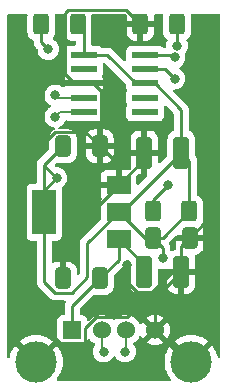
<source format=gbr>
%TF.GenerationSoftware,KiCad,Pcbnew,(6.0.2)*%
%TF.CreationDate,2022-03-14T21:43:20-03:00*%
%TF.ProjectId,9_axis_double,395f6178-6973-45f6-946f-75626c652e6b,rev?*%
%TF.SameCoordinates,Original*%
%TF.FileFunction,Copper,L2,Bot*%
%TF.FilePolarity,Positive*%
%FSLAX46Y46*%
G04 Gerber Fmt 4.6, Leading zero omitted, Abs format (unit mm)*
G04 Created by KiCad (PCBNEW (6.0.2)) date 2022-03-14 21:43:20*
%MOMM*%
%LPD*%
G01*
G04 APERTURE LIST*
G04 Aperture macros list*
%AMRoundRect*
0 Rectangle with rounded corners*
0 $1 Rounding radius*
0 $2 $3 $4 $5 $6 $7 $8 $9 X,Y pos of 4 corners*
0 Add a 4 corners polygon primitive as box body*
4,1,4,$2,$3,$4,$5,$6,$7,$8,$9,$2,$3,0*
0 Add four circle primitives for the rounded corners*
1,1,$1+$1,$2,$3*
1,1,$1+$1,$4,$5*
1,1,$1+$1,$6,$7*
1,1,$1+$1,$8,$9*
0 Add four rect primitives between the rounded corners*
20,1,$1+$1,$2,$3,$4,$5,0*
20,1,$1+$1,$4,$5,$6,$7,0*
20,1,$1+$1,$6,$7,$8,$9,0*
20,1,$1+$1,$8,$9,$2,$3,0*%
G04 Aperture macros list end*
%TA.AperFunction,SMDPad,CuDef*%
%ADD10R,2.000000X1.500000*%
%TD*%
%TA.AperFunction,SMDPad,CuDef*%
%ADD11R,2.000000X3.800000*%
%TD*%
%TA.AperFunction,SMDPad,CuDef*%
%ADD12R,2.200000X0.600000*%
%TD*%
%TA.AperFunction,SMDPad,CuDef*%
%ADD13RoundRect,0.250000X0.400000X0.625000X-0.400000X0.625000X-0.400000X-0.625000X0.400000X-0.625000X0*%
%TD*%
%TA.AperFunction,ComponentPad*%
%ADD14R,1.524000X1.524000*%
%TD*%
%TA.AperFunction,ComponentPad*%
%ADD15C,1.524000*%
%TD*%
%TA.AperFunction,ComponentPad*%
%ADD16C,3.500000*%
%TD*%
%TA.AperFunction,SMDPad,CuDef*%
%ADD17RoundRect,0.250000X-0.412500X-0.650000X0.412500X-0.650000X0.412500X0.650000X-0.412500X0.650000X0*%
%TD*%
%TA.AperFunction,SMDPad,CuDef*%
%ADD18RoundRect,0.250000X0.412500X0.650000X-0.412500X0.650000X-0.412500X-0.650000X0.412500X-0.650000X0*%
%TD*%
%TA.AperFunction,SMDPad,CuDef*%
%ADD19RoundRect,0.250000X0.412500X1.100000X-0.412500X1.100000X-0.412500X-1.100000X0.412500X-1.100000X0*%
%TD*%
%TA.AperFunction,SMDPad,CuDef*%
%ADD20RoundRect,0.250000X-0.412500X-1.100000X0.412500X-1.100000X0.412500X1.100000X-0.412500X1.100000X0*%
%TD*%
%TA.AperFunction,ViaPad*%
%ADD21C,0.800000*%
%TD*%
%TA.AperFunction,Conductor*%
%ADD22C,0.250000*%
%TD*%
%TA.AperFunction,Conductor*%
%ADD23C,0.200000*%
%TD*%
G04 APERTURE END LIST*
D10*
%TO.P,U2,1,GND*%
%TO.N,GND*%
X81050000Y-73700000D03*
D11*
%TO.P,U2,2,VO*%
%TO.N,+3V3*%
X74750000Y-76000000D03*
D10*
X81050000Y-76000000D03*
%TO.P,U2,3,VI*%
%TO.N,+5V*%
X81050000Y-78300000D03*
%TD*%
D12*
%TO.P,U1,10*%
%TO.N,N/C*%
X83300000Y-67500000D03*
%TO.P,U1,9*%
X83300000Y-66300000D03*
%TO.P,U1,8,V3*%
%TO.N,+3V3*%
X83300000Y-65100000D03*
%TO.P,U1,7,RXD*%
%TO.N,uC_TX*%
X83300000Y-63900000D03*
%TO.P,U1,6,TXD*%
%TO.N,uC_RX*%
X83300000Y-62700000D03*
%TO.P,U1,5,VCC*%
%TO.N,+3V3*%
X78100000Y-62700000D03*
%TO.P,U1,4,RST#*%
%TO.N,unconnected-(U1-Pad4)*%
X78100000Y-63900000D03*
%TO.P,U1,3,GND*%
%TO.N,GND*%
X78100000Y-65100000D03*
%TO.P,U1,2,UD-*%
%TO.N,D-*%
X78100000Y-66300000D03*
%TO.P,U1,1,UD+*%
%TO.N,D+*%
X78100000Y-67500000D03*
%TD*%
D13*
%TO.P,R11,1*%
%TO.N,+3V3*%
X77600000Y-60100000D03*
%TO.P,R11,2*%
%TO.N,Net-(R11-Pad2)*%
X74500000Y-60100000D03*
%TD*%
%TO.P,R2,1*%
%TO.N,Net-(R2-Pad1)*%
X86000000Y-60100000D03*
%TO.P,R2,2*%
%TO.N,GND*%
X82900000Y-60100000D03*
%TD*%
%TO.P,R1,2*%
%TO.N,Net-(R1-Pad2)*%
X83950000Y-75935000D03*
%TO.P,R1,1*%
%TO.N,+3V3*%
X87050000Y-75935000D03*
%TD*%
D14*
%TO.P,J1,1,VBUS*%
%TO.N,+5V*%
X77140000Y-85972500D03*
D15*
%TO.P,J1,2,D-*%
%TO.N,D-*%
X79640000Y-85972500D03*
%TO.P,J1,3,D+*%
%TO.N,D+*%
X81640000Y-85972500D03*
%TO.P,J1,4,GND*%
%TO.N,GND*%
X84140000Y-85972500D03*
D16*
%TO.P,J1,5,Shield*%
X87210000Y-88682500D03*
X74070000Y-88682500D03*
%TD*%
D17*
%TO.P,C9,2*%
%TO.N,GND*%
X87062500Y-78200000D03*
%TO.P,C9,1*%
%TO.N,+3V3*%
X83937500Y-78200000D03*
%TD*%
D18*
%TO.P,C4,1*%
%TO.N,GND*%
X79462500Y-70400000D03*
%TO.P,C4,2*%
%TO.N,+3V3*%
X76337500Y-70400000D03*
%TD*%
D19*
%TO.P,C3,1*%
%TO.N,+3V3*%
X86362500Y-70950000D03*
%TO.P,C3,2*%
%TO.N,GND*%
X83237500Y-70950000D03*
%TD*%
D20*
%TO.P,C2,1*%
%TO.N,+5V*%
X83237500Y-81050000D03*
%TO.P,C2,2*%
%TO.N,GND*%
X86362500Y-81050000D03*
%TD*%
D17*
%TO.P,C1,1*%
%TO.N,GND*%
X76337500Y-81600000D03*
%TO.P,C1,2*%
%TO.N,+5V*%
X79462500Y-81600000D03*
%TD*%
D21*
%TO.N,+3V3*%
X84800000Y-79900000D03*
%TO.N,GND*%
X81800000Y-80500000D03*
X89000000Y-75700000D03*
%TO.N,+3V3*%
X75800000Y-73100000D03*
%TO.N,Net-(R1-Pad2)*%
X85200000Y-73700000D03*
%TO.N,uC_RX*%
X85800000Y-62900000D03*
%TO.N,uC_TX*%
X85800000Y-64700000D03*
%TO.N,Net-(R11-Pad2)*%
X75100000Y-62200000D03*
%TO.N,Net-(R2-Pad1)*%
X86000000Y-61900000D03*
%TO.N,D+*%
X75700000Y-67900000D03*
%TO.N,D-*%
X75700000Y-66100000D03*
%TO.N,D+*%
X81600000Y-87800000D03*
%TO.N,D-*%
X79800000Y-87800000D03*
%TD*%
D22*
%TO.N,GND*%
X81800000Y-80500000D02*
X81800000Y-81937493D01*
X81800000Y-81937493D02*
X82587027Y-82724520D01*
X82587027Y-82724520D02*
X84687980Y-82724520D01*
X84687980Y-82724520D02*
X86362500Y-81050000D01*
%TO.N,+3V3*%
X84800000Y-79900000D02*
X84800000Y-79062500D01*
X84800000Y-79062500D02*
X83937500Y-78200000D01*
%TO.N,GND*%
X89000000Y-75700000D02*
X89000000Y-76262500D01*
X89000000Y-76262500D02*
X87062500Y-78200000D01*
%TO.N,+3V3*%
X74750000Y-76000000D02*
X74750000Y-74150000D01*
X74750000Y-74150000D02*
X75800000Y-73100000D01*
X74750000Y-71987500D02*
X74750000Y-72050000D01*
X74750000Y-72050000D02*
X75800000Y-73100000D01*
%TO.N,Net-(R1-Pad2)*%
X83950000Y-75935000D02*
X83950000Y-74950000D01*
X83950000Y-74950000D02*
X85200000Y-73700000D01*
%TO.N,uC_TX*%
X83300000Y-63900000D02*
X85000000Y-63900000D01*
X85000000Y-63900000D02*
X85800000Y-64700000D01*
%TO.N,uC_RX*%
X83300000Y-62700000D02*
X85600000Y-62700000D01*
X85600000Y-62700000D02*
X85800000Y-62900000D01*
%TO.N,Net-(R2-Pad1)*%
X86000000Y-60100000D02*
X86000000Y-61900000D01*
%TO.N,Net-(R11-Pad2)*%
X74500000Y-60100000D02*
X74500000Y-61600000D01*
X74500000Y-61600000D02*
X75100000Y-62200000D01*
D23*
%TO.N,D+*%
X75700000Y-67900000D02*
X76100000Y-67500000D01*
X76100000Y-67500000D02*
X78100000Y-67500000D01*
%TO.N,D-*%
X75700000Y-66100000D02*
X75900000Y-66300000D01*
X75900000Y-66300000D02*
X78100000Y-66300000D01*
D22*
%TO.N,GND*%
X76053489Y-87059011D02*
X75693489Y-87059011D01*
X75693489Y-87059011D02*
X74070000Y-88682500D01*
X84140000Y-85972500D02*
X86850000Y-88682500D01*
X86850000Y-88682500D02*
X87210000Y-88682500D01*
D23*
%TO.N,D+*%
X81640000Y-85972500D02*
X81640000Y-87760000D01*
X81640000Y-87760000D02*
X81600000Y-87800000D01*
%TO.N,D-*%
X79640000Y-85972500D02*
X79640000Y-87640000D01*
X79640000Y-87640000D02*
X79800000Y-87800000D01*
D22*
%TO.N,GND*%
X78100000Y-65100000D02*
X77300000Y-65100000D01*
X77300000Y-65100000D02*
X76500000Y-64300000D01*
X76500000Y-64300000D02*
X76500000Y-59175020D01*
X76500000Y-59175020D02*
X76774540Y-58900480D01*
X76774540Y-58900480D02*
X81700480Y-58900480D01*
X81700480Y-58900480D02*
X82900000Y-60100000D01*
%TO.N,+3V3*%
X78100000Y-62700000D02*
X78100000Y-60600000D01*
X78100000Y-60600000D02*
X77600000Y-60100000D01*
X81050000Y-76000000D02*
X81312500Y-76000000D01*
X81312500Y-76000000D02*
X86362500Y-70950000D01*
X87050000Y-75935000D02*
X87050000Y-71637500D01*
X87050000Y-71637500D02*
X86362500Y-70950000D01*
X83937500Y-78200000D02*
X84785000Y-78200000D01*
X84785000Y-78200000D02*
X87050000Y-75935000D01*
X83937500Y-78200000D02*
X83250000Y-78200000D01*
X83250000Y-78200000D02*
X81050000Y-76000000D01*
%TO.N,GND*%
X86362500Y-81050000D02*
X86362500Y-78900000D01*
X86362500Y-78900000D02*
X87062500Y-78200000D01*
X86362500Y-81050000D02*
X85562493Y-81050000D01*
X85562493Y-81050000D02*
X81726504Y-84885989D01*
X81726504Y-84885989D02*
X79140522Y-84885989D01*
X79140522Y-84885989D02*
X78226511Y-85800000D01*
X73100000Y-84105522D02*
X73100000Y-71762507D01*
X78226511Y-85800000D02*
X78226511Y-87059011D01*
X78226511Y-87059011D02*
X76053489Y-87059011D01*
X76053489Y-87059011D02*
X73100000Y-84105522D01*
X73100000Y-71762507D02*
X75687027Y-69175480D01*
X75687027Y-69175480D02*
X78237980Y-69175480D01*
X78237980Y-69175480D02*
X79462500Y-70400000D01*
%TO.N,+3V3*%
X83300000Y-65100000D02*
X82500000Y-65100000D01*
X82500000Y-65100000D02*
X80100000Y-62700000D01*
X80100000Y-62700000D02*
X78100000Y-62700000D01*
X83300000Y-65100000D02*
X84100000Y-65100000D01*
X84100000Y-65100000D02*
X86362500Y-67362500D01*
X86362500Y-67362500D02*
X86362500Y-70950000D01*
%TO.N,GND*%
X79462500Y-70400000D02*
X79524511Y-70337989D01*
X79524511Y-70337989D02*
X79524511Y-65724511D01*
X79524511Y-65724511D02*
X78900000Y-65100000D01*
X78900000Y-65100000D02*
X78100000Y-65100000D01*
X84140000Y-85972500D02*
X84140000Y-83272500D01*
X84140000Y-83272500D02*
X86362500Y-81050000D01*
%TO.N,+5V*%
X79462500Y-81600000D02*
X77140000Y-83922500D01*
X77140000Y-83922500D02*
X77140000Y-85972500D01*
X83237500Y-81050000D02*
X83237500Y-80487500D01*
X83237500Y-80487500D02*
X81050000Y-78300000D01*
%TO.N,+3V3*%
X86362500Y-70950000D02*
X86100000Y-70950000D01*
%TO.N,GND*%
X83237500Y-70950000D02*
X83237500Y-71512500D01*
X83237500Y-71512500D02*
X81050000Y-73700000D01*
%TO.N,+3V3*%
X74750000Y-76000000D02*
X74750000Y-81887493D01*
X74750000Y-81887493D02*
X75687027Y-82824520D01*
X75687027Y-82824520D02*
X77075480Y-82824520D01*
X77075480Y-82824520D02*
X78400000Y-81500000D01*
X78400000Y-81500000D02*
X78400000Y-78650000D01*
X78400000Y-78650000D02*
X81050000Y-76000000D01*
X76337500Y-70400000D02*
X74750000Y-71987500D01*
X74750000Y-71987500D02*
X74750000Y-76000000D01*
%TO.N,GND*%
X81050000Y-73700000D02*
X81050000Y-71987500D01*
X81050000Y-71987500D02*
X79462500Y-70400000D01*
X76337500Y-81600000D02*
X76337500Y-78412500D01*
X76337500Y-78412500D02*
X81050000Y-73700000D01*
%TO.N,+5V*%
X81050000Y-78300000D02*
X81050000Y-80012500D01*
X81050000Y-80012500D02*
X79462500Y-81600000D01*
%TD*%
%TA.AperFunction,Conductor*%
%TO.N,GND*%
G36*
X73292244Y-59228002D02*
G01*
X73338737Y-59281658D01*
X73349467Y-59346843D01*
X73341500Y-59424600D01*
X73341500Y-60775400D01*
X73341837Y-60778646D01*
X73341837Y-60778650D01*
X73351752Y-60874206D01*
X73352474Y-60881166D01*
X73408450Y-61048946D01*
X73501522Y-61199348D01*
X73506704Y-61204521D01*
X73568451Y-61266161D01*
X73626697Y-61324305D01*
X73632927Y-61328145D01*
X73632928Y-61328146D01*
X73770288Y-61412816D01*
X73777262Y-61417115D01*
X73784209Y-61419419D01*
X73790844Y-61422513D01*
X73789610Y-61425159D01*
X73837036Y-61458029D01*
X73864260Y-61523598D01*
X73864369Y-61539590D01*
X73864298Y-61539909D01*
X73864392Y-61542899D01*
X73864392Y-61542902D01*
X73866438Y-61607986D01*
X73866500Y-61611945D01*
X73866500Y-61639856D01*
X73866997Y-61643790D01*
X73866997Y-61643791D01*
X73867005Y-61643856D01*
X73867938Y-61655693D01*
X73869327Y-61699889D01*
X73874978Y-61719339D01*
X73878987Y-61738700D01*
X73881526Y-61758797D01*
X73884445Y-61766168D01*
X73884445Y-61766170D01*
X73897804Y-61799912D01*
X73901649Y-61811142D01*
X73911771Y-61845983D01*
X73913982Y-61853593D01*
X73918015Y-61860412D01*
X73918017Y-61860417D01*
X73924293Y-61871028D01*
X73932988Y-61888776D01*
X73940448Y-61907617D01*
X73945110Y-61914033D01*
X73945110Y-61914034D01*
X73966436Y-61943387D01*
X73972952Y-61953307D01*
X73995458Y-61991362D01*
X74009779Y-62005683D01*
X74022619Y-62020716D01*
X74034528Y-62037107D01*
X74065254Y-62062526D01*
X74068605Y-62065298D01*
X74077384Y-62073288D01*
X74152878Y-62148782D01*
X74186904Y-62211094D01*
X74189093Y-62224707D01*
X74202458Y-62351866D01*
X74206458Y-62389928D01*
X74265473Y-62571556D01*
X74360960Y-62736944D01*
X74488747Y-62878866D01*
X74643248Y-62991118D01*
X74649276Y-62993802D01*
X74649278Y-62993803D01*
X74778938Y-63051531D01*
X74817712Y-63068794D01*
X74886263Y-63083365D01*
X74998056Y-63107128D01*
X74998061Y-63107128D01*
X75004513Y-63108500D01*
X75195487Y-63108500D01*
X75201939Y-63107128D01*
X75201944Y-63107128D01*
X75313737Y-63083365D01*
X75382288Y-63068794D01*
X75421062Y-63051531D01*
X75550722Y-62993803D01*
X75550724Y-62993802D01*
X75556752Y-62991118D01*
X75711253Y-62878866D01*
X75839040Y-62736944D01*
X75934527Y-62571556D01*
X75993542Y-62389928D01*
X75997543Y-62351866D01*
X76012814Y-62206565D01*
X76013504Y-62200000D01*
X76005895Y-62127604D01*
X75994232Y-62016635D01*
X75994232Y-62016633D01*
X75993542Y-62010072D01*
X75934527Y-61828444D01*
X75921241Y-61805431D01*
X75862560Y-61703794D01*
X75839040Y-61663056D01*
X75814582Y-61635892D01*
X75715675Y-61526045D01*
X75715674Y-61526044D01*
X75711253Y-61521134D01*
X75579155Y-61425159D01*
X75562094Y-61412763D01*
X75562093Y-61412762D01*
X75556752Y-61408882D01*
X75550717Y-61406195D01*
X75538536Y-61400771D01*
X75484441Y-61354791D01*
X75463792Y-61286864D01*
X75483145Y-61218556D01*
X75490904Y-61207573D01*
X75494134Y-61203483D01*
X75499305Y-61198303D01*
X75592115Y-61047738D01*
X75647797Y-60879861D01*
X75658500Y-60775400D01*
X75658500Y-59424600D01*
X75650449Y-59347003D01*
X75663314Y-59277182D01*
X75711885Y-59225400D01*
X75775776Y-59208000D01*
X76324123Y-59208000D01*
X76392244Y-59228002D01*
X76438737Y-59281658D01*
X76449467Y-59346843D01*
X76441500Y-59424600D01*
X76441500Y-60775400D01*
X76441837Y-60778646D01*
X76441837Y-60778650D01*
X76451752Y-60874206D01*
X76452474Y-60881166D01*
X76508450Y-61048946D01*
X76601522Y-61199348D01*
X76606704Y-61204521D01*
X76668451Y-61266161D01*
X76726697Y-61324305D01*
X76732927Y-61328145D01*
X76732928Y-61328146D01*
X76870288Y-61412816D01*
X76877262Y-61417115D01*
X76923433Y-61432429D01*
X77038611Y-61470632D01*
X77038613Y-61470632D01*
X77045139Y-61472797D01*
X77051975Y-61473497D01*
X77051978Y-61473498D01*
X77095031Y-61477909D01*
X77149600Y-61483500D01*
X77340500Y-61483500D01*
X77408621Y-61503502D01*
X77455114Y-61557158D01*
X77466500Y-61609500D01*
X77466500Y-61765500D01*
X77446498Y-61833621D01*
X77392842Y-61880114D01*
X77340500Y-61891500D01*
X76951866Y-61891500D01*
X76889684Y-61898255D01*
X76753295Y-61949385D01*
X76636739Y-62036739D01*
X76549385Y-62153295D01*
X76498255Y-62289684D01*
X76491500Y-62351866D01*
X76491500Y-63048134D01*
X76498255Y-63110316D01*
X76547174Y-63240806D01*
X76549385Y-63246705D01*
X76548534Y-63247024D01*
X76562055Y-63308849D01*
X76549042Y-63353166D01*
X76549385Y-63353295D01*
X76498255Y-63489684D01*
X76491500Y-63551866D01*
X76491500Y-64248134D01*
X76498255Y-64310316D01*
X76547589Y-64441914D01*
X76549385Y-64446705D01*
X76548693Y-64446964D01*
X76562343Y-64509374D01*
X76549420Y-64553385D01*
X76549828Y-64553538D01*
X76547738Y-64559112D01*
X76547174Y-64561034D01*
X76546679Y-64561939D01*
X76501522Y-64682394D01*
X76497895Y-64697649D01*
X76492369Y-64748514D01*
X76492000Y-64755328D01*
X76492000Y-64827885D01*
X76496475Y-64843124D01*
X76497865Y-64844329D01*
X76505548Y-64846000D01*
X79689884Y-64846000D01*
X79705123Y-64841525D01*
X79706328Y-64840135D01*
X79707999Y-64832452D01*
X79707999Y-64755331D01*
X79707629Y-64748510D01*
X79702105Y-64697648D01*
X79698479Y-64682396D01*
X79653321Y-64561939D01*
X79652826Y-64561034D01*
X79652607Y-64560034D01*
X79650172Y-64553538D01*
X79651110Y-64553186D01*
X79637657Y-64491677D01*
X79650838Y-64446788D01*
X79650615Y-64446705D01*
X79651756Y-64443663D01*
X79651758Y-64443656D01*
X79701745Y-64310316D01*
X79708500Y-64248134D01*
X79708500Y-63551866D01*
X79704795Y-63517760D01*
X79717323Y-63447877D01*
X79765644Y-63395862D01*
X79834416Y-63378227D01*
X79901804Y-63400573D01*
X79919153Y-63415057D01*
X81654595Y-65150499D01*
X81688621Y-65212811D01*
X81691500Y-65239594D01*
X81691500Y-65448134D01*
X81698255Y-65510316D01*
X81701029Y-65517715D01*
X81746145Y-65638061D01*
X81749294Y-65646462D01*
X81749385Y-65646705D01*
X81748534Y-65647024D01*
X81762055Y-65708849D01*
X81749042Y-65753166D01*
X81749385Y-65753295D01*
X81698255Y-65889684D01*
X81691500Y-65951866D01*
X81691500Y-66648134D01*
X81698255Y-66710316D01*
X81749385Y-66846705D01*
X81748534Y-66847024D01*
X81762055Y-66908849D01*
X81749042Y-66953166D01*
X81749385Y-66953295D01*
X81746236Y-66961696D01*
X81746234Y-66961699D01*
X81726511Y-67014311D01*
X81698255Y-67089684D01*
X81691500Y-67151866D01*
X81691500Y-67848134D01*
X81698255Y-67910316D01*
X81749385Y-68046705D01*
X81836739Y-68163261D01*
X81953295Y-68250615D01*
X82089684Y-68301745D01*
X82151866Y-68308500D01*
X84448134Y-68308500D01*
X84510316Y-68301745D01*
X84646705Y-68250615D01*
X84763261Y-68163261D01*
X84850615Y-68046705D01*
X84901745Y-67910316D01*
X84908500Y-67848134D01*
X84908500Y-67151866D01*
X84904795Y-67117760D01*
X84917323Y-67047877D01*
X84965644Y-66995862D01*
X85034416Y-66978227D01*
X85101804Y-67000573D01*
X85119153Y-67015057D01*
X85692095Y-67587999D01*
X85726121Y-67650311D01*
X85729000Y-67677094D01*
X85729000Y-69033314D01*
X85708998Y-69101435D01*
X85655342Y-69147928D01*
X85642885Y-69152835D01*
X85626054Y-69158450D01*
X85619830Y-69162301D01*
X85619829Y-69162302D01*
X85497300Y-69238126D01*
X85475652Y-69251522D01*
X85350695Y-69376697D01*
X85257885Y-69527262D01*
X85202203Y-69695139D01*
X85191500Y-69799600D01*
X85191500Y-71172905D01*
X85171498Y-71241026D01*
X85154595Y-71262000D01*
X84623095Y-71793500D01*
X84560783Y-71827526D01*
X84489968Y-71822461D01*
X84433132Y-71779914D01*
X84408321Y-71713394D01*
X84408000Y-71704405D01*
X84408000Y-71222115D01*
X84403525Y-71206876D01*
X84402135Y-71205671D01*
X84394452Y-71204000D01*
X83509615Y-71204000D01*
X83494376Y-71208475D01*
X83493171Y-71209865D01*
X83491500Y-71217548D01*
X83491500Y-72789885D01*
X83501128Y-72822676D01*
X83501128Y-72893672D01*
X83469327Y-72947268D01*
X82773095Y-73643500D01*
X82710783Y-73677526D01*
X82639968Y-73672461D01*
X82583132Y-73629914D01*
X82558321Y-73563394D01*
X82558000Y-73554405D01*
X82557999Y-72925373D01*
X82578001Y-72857252D01*
X82631657Y-72810759D01*
X82696842Y-72800029D01*
X82771440Y-72807672D01*
X82777854Y-72808000D01*
X82965385Y-72808000D01*
X82980624Y-72803525D01*
X82981829Y-72802135D01*
X82983500Y-72794452D01*
X82983500Y-71222115D01*
X82979025Y-71206876D01*
X82977635Y-71205671D01*
X82969952Y-71204000D01*
X82085116Y-71204000D01*
X82069877Y-71208475D01*
X82068672Y-71209865D01*
X82067001Y-71217548D01*
X82067001Y-72097095D01*
X82067338Y-72103614D01*
X82077257Y-72199206D01*
X82080149Y-72212600D01*
X82101342Y-72276124D01*
X82103926Y-72347074D01*
X82067742Y-72408158D01*
X82004278Y-72439982D01*
X81981818Y-72442000D01*
X81322115Y-72442000D01*
X81306876Y-72446475D01*
X81305671Y-72447865D01*
X81304000Y-72455548D01*
X81304000Y-73828000D01*
X81283998Y-73896121D01*
X81230342Y-73942614D01*
X81178000Y-73954000D01*
X79560116Y-73954000D01*
X79544877Y-73958475D01*
X79543672Y-73959865D01*
X79542001Y-73967548D01*
X79542001Y-74494669D01*
X79542371Y-74501490D01*
X79547895Y-74552352D01*
X79551521Y-74567604D01*
X79596676Y-74688054D01*
X79605214Y-74703648D01*
X79657953Y-74774018D01*
X79682801Y-74840524D01*
X79667748Y-74909907D01*
X79657953Y-74925148D01*
X79599385Y-75003295D01*
X79548255Y-75139684D01*
X79541500Y-75201866D01*
X79541500Y-76560406D01*
X79521498Y-76628527D01*
X79504595Y-76649501D01*
X78753301Y-77400794D01*
X78007747Y-78146348D01*
X77999461Y-78153888D01*
X77992982Y-78158000D01*
X77987557Y-78163777D01*
X77946357Y-78207651D01*
X77943602Y-78210493D01*
X77923865Y-78230230D01*
X77921385Y-78233427D01*
X77913682Y-78242447D01*
X77883414Y-78274679D01*
X77879595Y-78281625D01*
X77879593Y-78281628D01*
X77873652Y-78292434D01*
X77862801Y-78308953D01*
X77850386Y-78324959D01*
X77847241Y-78332228D01*
X77847238Y-78332232D01*
X77832826Y-78365537D01*
X77827609Y-78376187D01*
X77806305Y-78414940D01*
X77804334Y-78422615D01*
X77804334Y-78422616D01*
X77801267Y-78434562D01*
X77794863Y-78453266D01*
X77786819Y-78471855D01*
X77785580Y-78479678D01*
X77785577Y-78479688D01*
X77779901Y-78515524D01*
X77777495Y-78527144D01*
X77769171Y-78559567D01*
X77766500Y-78569970D01*
X77766500Y-78590224D01*
X77764949Y-78609934D01*
X77761780Y-78629943D01*
X77762526Y-78637835D01*
X77765941Y-78673961D01*
X77766500Y-78685819D01*
X77766500Y-81185405D01*
X77746498Y-81253526D01*
X77729595Y-81274500D01*
X77723094Y-81281001D01*
X77660782Y-81315027D01*
X77589967Y-81309962D01*
X77533131Y-81267415D01*
X77508320Y-81200895D01*
X77507999Y-81191906D01*
X77507999Y-80902905D01*
X77507662Y-80896386D01*
X77497743Y-80800794D01*
X77494851Y-80787400D01*
X77443412Y-80633216D01*
X77437239Y-80620038D01*
X77351937Y-80482193D01*
X77342901Y-80470792D01*
X77228171Y-80356261D01*
X77216760Y-80347249D01*
X77078757Y-80262184D01*
X77065576Y-80256037D01*
X76911290Y-80204862D01*
X76897914Y-80201995D01*
X76803562Y-80192328D01*
X76797145Y-80192000D01*
X76609615Y-80192000D01*
X76594376Y-80196475D01*
X76593171Y-80197865D01*
X76591500Y-80205548D01*
X76591500Y-81728000D01*
X76571498Y-81796121D01*
X76517842Y-81842614D01*
X76465500Y-81854000D01*
X76209500Y-81854000D01*
X76141379Y-81833998D01*
X76094886Y-81780342D01*
X76083500Y-81728000D01*
X76083500Y-80210116D01*
X76079025Y-80194877D01*
X76077635Y-80193672D01*
X76069952Y-80192001D01*
X75877905Y-80192001D01*
X75871386Y-80192338D01*
X75775794Y-80202257D01*
X75762400Y-80205149D01*
X75608216Y-80256588D01*
X75595040Y-80262761D01*
X75575802Y-80274665D01*
X75507350Y-80293502D01*
X75439581Y-80272340D01*
X75394010Y-80217899D01*
X75383500Y-80167520D01*
X75383500Y-78534500D01*
X75403502Y-78466379D01*
X75457158Y-78419886D01*
X75509500Y-78408500D01*
X75798134Y-78408500D01*
X75860316Y-78401745D01*
X75996705Y-78350615D01*
X76113261Y-78263261D01*
X76200615Y-78146705D01*
X76251745Y-78010316D01*
X76258500Y-77948134D01*
X76258500Y-74051866D01*
X76252599Y-73997540D01*
X76252598Y-73997537D01*
X76251745Y-73989684D01*
X76251210Y-73988258D01*
X76254763Y-73920184D01*
X76299583Y-73859999D01*
X76411253Y-73778866D01*
X76415675Y-73773955D01*
X76534621Y-73641852D01*
X76534622Y-73641851D01*
X76539040Y-73636944D01*
X76634527Y-73471556D01*
X76648717Y-73427885D01*
X79542000Y-73427885D01*
X79546475Y-73443124D01*
X79547865Y-73444329D01*
X79555548Y-73446000D01*
X80777885Y-73446000D01*
X80793124Y-73441525D01*
X80794329Y-73440135D01*
X80796000Y-73432452D01*
X80796000Y-72460116D01*
X80791525Y-72444877D01*
X80790135Y-72443672D01*
X80782452Y-72442001D01*
X80005331Y-72442001D01*
X79998510Y-72442371D01*
X79947648Y-72447895D01*
X79932396Y-72451521D01*
X79811946Y-72496676D01*
X79796351Y-72505214D01*
X79694276Y-72581715D01*
X79681715Y-72594276D01*
X79605214Y-72696351D01*
X79596676Y-72711946D01*
X79551522Y-72832394D01*
X79547895Y-72847649D01*
X79542369Y-72898514D01*
X79542000Y-72905328D01*
X79542000Y-73427885D01*
X76648717Y-73427885D01*
X76693542Y-73289928D01*
X76707393Y-73158148D01*
X76712814Y-73106565D01*
X76713504Y-73100000D01*
X76699598Y-72967689D01*
X76694232Y-72916635D01*
X76694232Y-72916633D01*
X76693542Y-72910072D01*
X76634527Y-72728444D01*
X76539040Y-72563056D01*
X76442240Y-72455548D01*
X76415675Y-72426045D01*
X76415674Y-72426044D01*
X76411253Y-72421134D01*
X76256752Y-72308882D01*
X76250724Y-72306198D01*
X76250722Y-72306197D01*
X76088319Y-72233891D01*
X76088318Y-72233891D01*
X76082288Y-72231206D01*
X75988887Y-72211353D01*
X75901944Y-72192872D01*
X75901939Y-72192872D01*
X75895487Y-72191500D01*
X75839595Y-72191500D01*
X75771474Y-72171498D01*
X75750500Y-72154595D01*
X75703750Y-72107845D01*
X75669724Y-72045533D01*
X75674789Y-71974718D01*
X75703750Y-71929655D01*
X75788000Y-71845405D01*
X75850312Y-71811379D01*
X75877095Y-71808500D01*
X76800400Y-71808500D01*
X76803646Y-71808163D01*
X76803650Y-71808163D01*
X76899308Y-71798238D01*
X76899312Y-71798237D01*
X76906166Y-71797526D01*
X76912702Y-71795345D01*
X76912704Y-71795345D01*
X77066998Y-71743868D01*
X77073946Y-71741550D01*
X77224348Y-71648478D01*
X77349305Y-71523303D01*
X77369776Y-71490093D01*
X77438275Y-71378968D01*
X77438276Y-71378966D01*
X77442115Y-71372738D01*
X77485802Y-71241026D01*
X77495632Y-71211389D01*
X77495632Y-71211387D01*
X77497797Y-71204861D01*
X77508500Y-71100400D01*
X77508500Y-71097095D01*
X78292001Y-71097095D01*
X78292338Y-71103614D01*
X78302257Y-71199206D01*
X78305149Y-71212600D01*
X78356588Y-71366784D01*
X78362761Y-71379962D01*
X78448063Y-71517807D01*
X78457099Y-71529208D01*
X78571829Y-71643739D01*
X78583240Y-71652751D01*
X78721243Y-71737816D01*
X78734424Y-71743963D01*
X78888710Y-71795138D01*
X78902086Y-71798005D01*
X78996438Y-71807672D01*
X79002854Y-71808000D01*
X79190385Y-71808000D01*
X79205624Y-71803525D01*
X79206829Y-71802135D01*
X79208500Y-71794452D01*
X79208500Y-71789884D01*
X79716500Y-71789884D01*
X79720975Y-71805123D01*
X79722365Y-71806328D01*
X79730048Y-71807999D01*
X79922095Y-71807999D01*
X79928614Y-71807662D01*
X80024206Y-71797743D01*
X80037600Y-71794851D01*
X80191784Y-71743412D01*
X80204962Y-71737239D01*
X80342807Y-71651937D01*
X80354208Y-71642901D01*
X80468739Y-71528171D01*
X80477751Y-71516760D01*
X80562816Y-71378757D01*
X80568963Y-71365576D01*
X80620138Y-71211290D01*
X80623005Y-71197914D01*
X80632672Y-71103562D01*
X80633000Y-71097146D01*
X80633000Y-70677885D01*
X82067000Y-70677885D01*
X82071475Y-70693124D01*
X82072865Y-70694329D01*
X82080548Y-70696000D01*
X82965385Y-70696000D01*
X82980624Y-70691525D01*
X82981829Y-70690135D01*
X82983500Y-70682452D01*
X82983500Y-70677885D01*
X83491500Y-70677885D01*
X83495975Y-70693124D01*
X83497365Y-70694329D01*
X83505048Y-70696000D01*
X84389884Y-70696000D01*
X84405123Y-70691525D01*
X84406328Y-70690135D01*
X84407999Y-70682452D01*
X84407999Y-69802905D01*
X84407662Y-69796386D01*
X84397743Y-69700794D01*
X84394851Y-69687400D01*
X84343412Y-69533216D01*
X84337239Y-69520038D01*
X84251937Y-69382193D01*
X84242901Y-69370792D01*
X84128171Y-69256261D01*
X84116760Y-69247249D01*
X83978757Y-69162184D01*
X83965576Y-69156037D01*
X83811290Y-69104862D01*
X83797914Y-69101995D01*
X83703562Y-69092328D01*
X83697145Y-69092000D01*
X83509615Y-69092000D01*
X83494376Y-69096475D01*
X83493171Y-69097865D01*
X83491500Y-69105548D01*
X83491500Y-70677885D01*
X82983500Y-70677885D01*
X82983500Y-69110116D01*
X82979025Y-69094877D01*
X82977635Y-69093672D01*
X82969952Y-69092001D01*
X82777905Y-69092001D01*
X82771386Y-69092338D01*
X82675794Y-69102257D01*
X82662400Y-69105149D01*
X82508216Y-69156588D01*
X82495038Y-69162761D01*
X82357193Y-69248063D01*
X82345792Y-69257099D01*
X82231261Y-69371829D01*
X82222249Y-69383240D01*
X82137184Y-69521243D01*
X82131037Y-69534424D01*
X82079862Y-69688710D01*
X82076995Y-69702086D01*
X82067328Y-69796438D01*
X82067000Y-69802855D01*
X82067000Y-70677885D01*
X80633000Y-70677885D01*
X80633000Y-70672115D01*
X80628525Y-70656876D01*
X80627135Y-70655671D01*
X80619452Y-70654000D01*
X79734615Y-70654000D01*
X79719376Y-70658475D01*
X79718171Y-70659865D01*
X79716500Y-70667548D01*
X79716500Y-71789884D01*
X79208500Y-71789884D01*
X79208500Y-70672115D01*
X79204025Y-70656876D01*
X79202635Y-70655671D01*
X79194952Y-70654000D01*
X78310116Y-70654000D01*
X78294877Y-70658475D01*
X78293672Y-70659865D01*
X78292001Y-70667548D01*
X78292001Y-71097095D01*
X77508500Y-71097095D01*
X77508500Y-70127885D01*
X78292000Y-70127885D01*
X78296475Y-70143124D01*
X78297865Y-70144329D01*
X78305548Y-70146000D01*
X79190385Y-70146000D01*
X79205624Y-70141525D01*
X79206829Y-70140135D01*
X79208500Y-70132452D01*
X79208500Y-70127885D01*
X79716500Y-70127885D01*
X79720975Y-70143124D01*
X79722365Y-70144329D01*
X79730048Y-70146000D01*
X80614884Y-70146000D01*
X80630123Y-70141525D01*
X80631328Y-70140135D01*
X80632999Y-70132452D01*
X80632999Y-69702905D01*
X80632662Y-69696386D01*
X80622743Y-69600794D01*
X80619851Y-69587400D01*
X80568412Y-69433216D01*
X80562239Y-69420038D01*
X80476937Y-69282193D01*
X80467901Y-69270792D01*
X80353171Y-69156261D01*
X80341760Y-69147249D01*
X80203757Y-69062184D01*
X80190576Y-69056037D01*
X80036290Y-69004862D01*
X80022914Y-69001995D01*
X79928562Y-68992328D01*
X79922145Y-68992000D01*
X79734615Y-68992000D01*
X79719376Y-68996475D01*
X79718171Y-68997865D01*
X79716500Y-69005548D01*
X79716500Y-70127885D01*
X79208500Y-70127885D01*
X79208500Y-69010116D01*
X79204025Y-68994877D01*
X79202635Y-68993672D01*
X79194952Y-68992001D01*
X79002905Y-68992001D01*
X78996386Y-68992338D01*
X78900794Y-69002257D01*
X78887400Y-69005149D01*
X78733216Y-69056588D01*
X78720038Y-69062761D01*
X78582193Y-69148063D01*
X78570792Y-69157099D01*
X78456261Y-69271829D01*
X78447249Y-69283240D01*
X78362184Y-69421243D01*
X78356037Y-69434424D01*
X78304862Y-69588710D01*
X78301995Y-69602086D01*
X78292328Y-69696438D01*
X78292000Y-69702855D01*
X78292000Y-70127885D01*
X77508500Y-70127885D01*
X77508500Y-69699600D01*
X77507234Y-69687400D01*
X77498238Y-69600692D01*
X77498237Y-69600688D01*
X77497526Y-69593834D01*
X77477634Y-69534209D01*
X77443868Y-69433002D01*
X77441550Y-69426054D01*
X77348478Y-69275652D01*
X77328658Y-69255866D01*
X77228483Y-69155866D01*
X77223303Y-69150695D01*
X77157472Y-69110116D01*
X77078968Y-69061725D01*
X77078966Y-69061724D01*
X77072738Y-69057885D01*
X76970903Y-69024108D01*
X76911389Y-69004368D01*
X76911387Y-69004368D01*
X76904861Y-69002203D01*
X76898025Y-69001503D01*
X76898022Y-69001502D01*
X76854969Y-68997091D01*
X76800400Y-68991500D01*
X76074867Y-68991500D01*
X76006746Y-68971498D01*
X75960253Y-68917842D01*
X75950149Y-68847568D01*
X75979643Y-68782988D01*
X76023618Y-68750393D01*
X76150722Y-68693803D01*
X76150724Y-68693802D01*
X76156752Y-68691118D01*
X76311253Y-68578866D01*
X76439040Y-68436944D01*
X76531621Y-68276589D01*
X76531623Y-68276587D01*
X76534527Y-68271556D01*
X76535447Y-68272087D01*
X76577412Y-68222717D01*
X76645340Y-68202069D01*
X76713647Y-68221422D01*
X76722100Y-68227236D01*
X76753295Y-68250615D01*
X76889684Y-68301745D01*
X76951866Y-68308500D01*
X79248134Y-68308500D01*
X79310316Y-68301745D01*
X79446705Y-68250615D01*
X79563261Y-68163261D01*
X79650615Y-68046705D01*
X79701745Y-67910316D01*
X79708500Y-67848134D01*
X79708500Y-67151866D01*
X79701745Y-67089684D01*
X79673489Y-67014311D01*
X79653766Y-66961699D01*
X79653764Y-66961696D01*
X79650615Y-66953295D01*
X79651466Y-66952976D01*
X79637945Y-66891151D01*
X79650958Y-66846834D01*
X79650615Y-66846705D01*
X79652372Y-66842019D01*
X79652373Y-66842015D01*
X79701745Y-66710316D01*
X79708500Y-66648134D01*
X79708500Y-65951866D01*
X79701745Y-65889684D01*
X79650615Y-65753295D01*
X79651307Y-65753036D01*
X79637657Y-65690626D01*
X79650580Y-65646615D01*
X79650172Y-65646462D01*
X79652262Y-65640888D01*
X79652826Y-65638966D01*
X79653321Y-65638061D01*
X79698478Y-65517606D01*
X79702105Y-65502351D01*
X79707631Y-65451486D01*
X79708000Y-65444672D01*
X79708000Y-65372115D01*
X79703525Y-65356876D01*
X79702135Y-65355671D01*
X79694452Y-65354000D01*
X76510116Y-65354000D01*
X76494877Y-65358475D01*
X76474794Y-65381652D01*
X76464269Y-65400926D01*
X76401957Y-65434952D01*
X76331142Y-65429887D01*
X76301113Y-65413767D01*
X76162094Y-65312763D01*
X76162093Y-65312762D01*
X76156752Y-65308882D01*
X76150724Y-65306198D01*
X76150722Y-65306197D01*
X75988319Y-65233891D01*
X75988318Y-65233891D01*
X75982288Y-65231206D01*
X75888887Y-65211353D01*
X75801944Y-65192872D01*
X75801939Y-65192872D01*
X75795487Y-65191500D01*
X75604513Y-65191500D01*
X75598061Y-65192872D01*
X75598056Y-65192872D01*
X75511113Y-65211353D01*
X75417712Y-65231206D01*
X75411682Y-65233891D01*
X75411681Y-65233891D01*
X75249278Y-65306197D01*
X75249276Y-65306198D01*
X75243248Y-65308882D01*
X75088747Y-65421134D01*
X75084326Y-65426044D01*
X75084325Y-65426045D01*
X75023316Y-65493803D01*
X74960960Y-65563056D01*
X74865473Y-65728444D01*
X74806458Y-65910072D01*
X74786496Y-66100000D01*
X74806458Y-66289928D01*
X74865473Y-66471556D01*
X74960960Y-66636944D01*
X74965378Y-66641851D01*
X74965379Y-66641852D01*
X74974094Y-66651531D01*
X75088747Y-66778866D01*
X75243248Y-66891118D01*
X75245326Y-66892043D01*
X75293212Y-66942267D01*
X75306646Y-67011981D01*
X75280257Y-67077891D01*
X75245805Y-67107744D01*
X75243248Y-67108882D01*
X75237912Y-67112759D01*
X75237910Y-67112760D01*
X75184086Y-67151866D01*
X75088747Y-67221134D01*
X75084326Y-67226044D01*
X75084325Y-67226045D01*
X75044272Y-67270529D01*
X74960960Y-67363056D01*
X74865473Y-67528444D01*
X74806458Y-67710072D01*
X74786496Y-67900000D01*
X74806458Y-68089928D01*
X74865473Y-68271556D01*
X74960960Y-68436944D01*
X75088747Y-68578866D01*
X75243248Y-68691118D01*
X75249276Y-68693802D01*
X75249278Y-68693803D01*
X75376382Y-68750393D01*
X75417712Y-68768794D01*
X75604513Y-68808500D01*
X75604068Y-68810594D01*
X75660471Y-68833798D01*
X75701103Y-68892018D01*
X75703808Y-68962963D01*
X75667728Y-69024108D01*
X75621523Y-69051621D01*
X75601054Y-69058450D01*
X75450652Y-69151522D01*
X75325695Y-69276697D01*
X75321855Y-69282927D01*
X75321854Y-69282928D01*
X75260021Y-69383240D01*
X75232885Y-69427262D01*
X75177203Y-69595139D01*
X75166500Y-69699600D01*
X75166500Y-70622905D01*
X75146498Y-70691026D01*
X75129595Y-70712001D01*
X74741195Y-71100400D01*
X74357742Y-71483853D01*
X74349463Y-71491387D01*
X74342982Y-71495500D01*
X74296357Y-71545151D01*
X74293602Y-71547993D01*
X74273865Y-71567730D01*
X74271385Y-71570927D01*
X74263682Y-71579947D01*
X74233414Y-71612179D01*
X74229595Y-71619125D01*
X74229593Y-71619128D01*
X74223652Y-71629934D01*
X74212801Y-71646453D01*
X74200386Y-71662459D01*
X74197241Y-71669728D01*
X74197238Y-71669732D01*
X74182826Y-71703037D01*
X74177609Y-71713687D01*
X74156305Y-71752440D01*
X74154334Y-71760115D01*
X74154334Y-71760116D01*
X74151267Y-71772062D01*
X74144863Y-71790766D01*
X74141731Y-71798005D01*
X74136819Y-71809355D01*
X74135580Y-71817178D01*
X74135577Y-71817188D01*
X74129901Y-71853024D01*
X74127495Y-71864644D01*
X74116500Y-71907470D01*
X74116500Y-71927724D01*
X74114949Y-71947434D01*
X74111780Y-71967443D01*
X74112526Y-71975337D01*
X74112526Y-71975338D01*
X74114121Y-71992217D01*
X74114618Y-72000111D01*
X74116438Y-72057986D01*
X74116500Y-72061946D01*
X74116500Y-73465500D01*
X74096498Y-73533621D01*
X74042842Y-73580114D01*
X73990500Y-73591500D01*
X73701866Y-73591500D01*
X73639684Y-73598255D01*
X73503295Y-73649385D01*
X73386739Y-73736739D01*
X73299385Y-73853295D01*
X73248255Y-73989684D01*
X73241500Y-74051866D01*
X73241500Y-77948134D01*
X73248255Y-78010316D01*
X73299385Y-78146705D01*
X73386739Y-78263261D01*
X73503295Y-78350615D01*
X73639684Y-78401745D01*
X73701866Y-78408500D01*
X73990500Y-78408500D01*
X74058621Y-78428502D01*
X74105114Y-78482158D01*
X74116500Y-78534500D01*
X74116500Y-81808726D01*
X74115973Y-81819909D01*
X74114298Y-81827402D01*
X74114547Y-81835328D01*
X74114547Y-81835329D01*
X74116438Y-81895479D01*
X74116500Y-81899438D01*
X74116500Y-81927349D01*
X74116997Y-81931283D01*
X74116997Y-81931284D01*
X74117005Y-81931349D01*
X74117938Y-81943186D01*
X74119327Y-81987382D01*
X74124978Y-82006832D01*
X74128987Y-82026193D01*
X74131526Y-82046290D01*
X74134445Y-82053661D01*
X74134445Y-82053663D01*
X74147804Y-82087405D01*
X74151649Y-82098635D01*
X74163982Y-82141086D01*
X74168015Y-82147905D01*
X74168017Y-82147910D01*
X74174293Y-82158521D01*
X74182988Y-82176269D01*
X74190448Y-82195110D01*
X74195110Y-82201526D01*
X74195110Y-82201527D01*
X74216436Y-82230880D01*
X74222952Y-82240800D01*
X74245458Y-82278855D01*
X74259779Y-82293176D01*
X74272619Y-82308209D01*
X74284528Y-82324600D01*
X74290634Y-82329651D01*
X74318605Y-82352791D01*
X74327384Y-82360781D01*
X75183370Y-83216767D01*
X75190914Y-83225057D01*
X75195027Y-83231538D01*
X75200804Y-83236963D01*
X75244694Y-83278178D01*
X75247536Y-83280933D01*
X75267257Y-83300654D01*
X75270452Y-83303132D01*
X75279474Y-83310838D01*
X75311706Y-83341106D01*
X75318655Y-83344926D01*
X75329459Y-83350866D01*
X75345983Y-83361719D01*
X75361986Y-83374133D01*
X75402570Y-83391696D01*
X75413200Y-83396903D01*
X75451967Y-83418215D01*
X75459644Y-83420186D01*
X75459649Y-83420188D01*
X75471585Y-83423252D01*
X75490293Y-83429657D01*
X75508882Y-83437701D01*
X75516710Y-83438941D01*
X75516717Y-83438943D01*
X75552551Y-83444619D01*
X75564171Y-83447025D01*
X75599316Y-83456048D01*
X75606997Y-83458020D01*
X75627251Y-83458020D01*
X75646961Y-83459571D01*
X75666970Y-83462740D01*
X75674862Y-83461994D01*
X75710988Y-83458579D01*
X75722846Y-83458020D01*
X76458910Y-83458020D01*
X76527031Y-83478022D01*
X76573524Y-83531678D01*
X76583628Y-83601952D01*
X76574547Y-83634061D01*
X76572826Y-83638038D01*
X76567609Y-83648687D01*
X76546305Y-83687440D01*
X76544334Y-83695115D01*
X76544334Y-83695116D01*
X76541267Y-83707062D01*
X76534863Y-83725766D01*
X76526819Y-83744355D01*
X76525580Y-83752178D01*
X76525577Y-83752188D01*
X76519901Y-83788024D01*
X76517495Y-83799644D01*
X76506500Y-83842470D01*
X76506500Y-83862724D01*
X76504949Y-83882434D01*
X76501780Y-83902443D01*
X76502526Y-83910335D01*
X76505941Y-83946461D01*
X76506500Y-83958319D01*
X76506500Y-84576000D01*
X76486498Y-84644121D01*
X76432842Y-84690614D01*
X76380500Y-84702000D01*
X76329866Y-84702000D01*
X76267684Y-84708755D01*
X76131295Y-84759885D01*
X76014739Y-84847239D01*
X75927385Y-84963795D01*
X75876255Y-85100184D01*
X75869500Y-85162366D01*
X75869500Y-86782634D01*
X75876255Y-86844816D01*
X75927385Y-86981205D01*
X76014739Y-87097761D01*
X76018992Y-87100949D01*
X76018993Y-87100950D01*
X76113650Y-87171891D01*
X76131295Y-87185115D01*
X76267684Y-87236245D01*
X76329866Y-87243000D01*
X77950134Y-87243000D01*
X78012316Y-87236245D01*
X78148705Y-87185115D01*
X78265261Y-87097761D01*
X78352615Y-86981205D01*
X78403745Y-86844816D01*
X78407306Y-86812038D01*
X78434549Y-86746476D01*
X78492912Y-86706050D01*
X78563866Y-86703596D01*
X78624884Y-86739892D01*
X78635777Y-86753369D01*
X78663023Y-86792281D01*
X78820219Y-86949477D01*
X78824727Y-86952634D01*
X78824730Y-86952636D01*
X78853523Y-86972797D01*
X78977772Y-87059797D01*
X79022099Y-87115253D01*
X79031500Y-87163009D01*
X79031500Y-87280321D01*
X79014619Y-87343321D01*
X78973076Y-87415276D01*
X78965473Y-87428444D01*
X78906458Y-87610072D01*
X78886496Y-87800000D01*
X78906458Y-87989928D01*
X78965473Y-88171556D01*
X78968776Y-88177278D01*
X78968777Y-88177279D01*
X79002686Y-88236010D01*
X79060960Y-88336944D01*
X79065378Y-88341851D01*
X79065379Y-88341852D01*
X79074409Y-88351881D01*
X79188747Y-88478866D01*
X79343248Y-88591118D01*
X79349276Y-88593802D01*
X79349278Y-88593803D01*
X79511681Y-88666109D01*
X79517712Y-88668794D01*
X79601572Y-88686619D01*
X79698056Y-88707128D01*
X79698061Y-88707128D01*
X79704513Y-88708500D01*
X79895487Y-88708500D01*
X79901939Y-88707128D01*
X79901944Y-88707128D01*
X79998428Y-88686619D01*
X80082288Y-88668794D01*
X80088319Y-88666109D01*
X80250722Y-88593803D01*
X80250724Y-88593802D01*
X80256752Y-88591118D01*
X80411253Y-88478866D01*
X80525591Y-88351881D01*
X80534621Y-88341852D01*
X80534622Y-88341851D01*
X80539040Y-88336944D01*
X80590881Y-88247153D01*
X80642264Y-88198160D01*
X80711977Y-88184724D01*
X80777888Y-88211110D01*
X80809119Y-88247153D01*
X80860960Y-88336944D01*
X80865378Y-88341851D01*
X80865379Y-88341852D01*
X80874409Y-88351881D01*
X80988747Y-88478866D01*
X81143248Y-88591118D01*
X81149276Y-88593802D01*
X81149278Y-88593803D01*
X81311681Y-88666109D01*
X81317712Y-88668794D01*
X81401572Y-88686619D01*
X81498056Y-88707128D01*
X81498061Y-88707128D01*
X81504513Y-88708500D01*
X81695487Y-88708500D01*
X81701939Y-88707128D01*
X81701944Y-88707128D01*
X81798428Y-88686619D01*
X81882288Y-88668794D01*
X81888319Y-88666109D01*
X82050722Y-88593803D01*
X82050724Y-88593802D01*
X82056752Y-88591118D01*
X82211253Y-88478866D01*
X82325591Y-88351881D01*
X82334621Y-88341852D01*
X82334622Y-88341851D01*
X82339040Y-88336944D01*
X82397314Y-88236010D01*
X82431223Y-88177279D01*
X82431224Y-88177278D01*
X82434527Y-88171556D01*
X82493542Y-87989928D01*
X82513504Y-87800000D01*
X82493542Y-87610072D01*
X82434527Y-87428444D01*
X82426925Y-87415276D01*
X82352642Y-87286616D01*
X82339040Y-87263056D01*
X82307852Y-87228419D01*
X82277137Y-87164415D01*
X82285900Y-87093961D01*
X82329219Y-87040898D01*
X82342959Y-87031277D01*
X83445777Y-87031277D01*
X83455074Y-87043293D01*
X83498069Y-87073398D01*
X83507555Y-87078876D01*
X83698993Y-87168145D01*
X83709285Y-87171891D01*
X83913309Y-87226559D01*
X83924104Y-87228462D01*
X84134525Y-87246872D01*
X84145475Y-87246872D01*
X84355896Y-87228462D01*
X84366691Y-87226559D01*
X84570715Y-87171891D01*
X84581007Y-87168145D01*
X84772445Y-87078876D01*
X84781931Y-87073398D01*
X84825764Y-87042707D01*
X84834139Y-87032229D01*
X84827071Y-87018781D01*
X84724176Y-86915886D01*
X85806528Y-86915886D01*
X85812362Y-86925651D01*
X87197190Y-88310480D01*
X87211131Y-88318092D01*
X87212966Y-88317961D01*
X87219580Y-88313710D01*
X88605884Y-86927405D01*
X88613399Y-86913644D01*
X88606941Y-86904284D01*
X88590639Y-86889988D01*
X88584099Y-86884970D01*
X88344856Y-86725113D01*
X88337719Y-86720992D01*
X88079651Y-86593728D01*
X88072047Y-86590578D01*
X87799580Y-86498088D01*
X87791617Y-86495954D01*
X87509400Y-86439817D01*
X87501249Y-86438744D01*
X87214119Y-86419925D01*
X87205881Y-86419925D01*
X86918751Y-86438744D01*
X86910600Y-86439817D01*
X86628383Y-86495954D01*
X86620420Y-86498088D01*
X86347953Y-86590578D01*
X86340349Y-86593728D01*
X86082282Y-86720992D01*
X86075145Y-86725113D01*
X85835901Y-86884970D01*
X85829361Y-86889988D01*
X85814926Y-86902647D01*
X85806528Y-86915886D01*
X84724176Y-86915886D01*
X84152812Y-86344522D01*
X84138868Y-86336908D01*
X84137035Y-86337039D01*
X84130420Y-86341290D01*
X83452207Y-87019503D01*
X83445777Y-87031277D01*
X82342959Y-87031277D01*
X82455270Y-86952636D01*
X82455273Y-86952634D01*
X82459781Y-86949477D01*
X82616977Y-86792281D01*
X82621354Y-86786031D01*
X82741331Y-86614685D01*
X82741332Y-86614683D01*
X82744488Y-86610176D01*
X82746811Y-86605194D01*
X82746814Y-86605189D01*
X82776081Y-86542425D01*
X82822999Y-86489140D01*
X82891276Y-86469679D01*
X82959236Y-86490221D01*
X83004471Y-86542425D01*
X83033623Y-86604941D01*
X83039103Y-86614432D01*
X83069794Y-86658265D01*
X83080271Y-86666640D01*
X83093718Y-86659572D01*
X83767978Y-85985312D01*
X83774356Y-85973632D01*
X84504408Y-85973632D01*
X84504539Y-85975465D01*
X84508790Y-85982080D01*
X85187003Y-86660293D01*
X85198777Y-86666723D01*
X85210793Y-86657426D01*
X85240897Y-86614432D01*
X85246377Y-86604941D01*
X85335645Y-86413507D01*
X85339391Y-86403215D01*
X85394059Y-86199191D01*
X85395962Y-86188396D01*
X85414372Y-85977975D01*
X85414372Y-85967025D01*
X85395962Y-85756604D01*
X85394059Y-85745809D01*
X85339391Y-85541785D01*
X85335645Y-85531493D01*
X85246377Y-85340059D01*
X85240897Y-85330568D01*
X85210206Y-85286735D01*
X85199729Y-85278360D01*
X85186282Y-85285428D01*
X84512022Y-85959688D01*
X84504408Y-85973632D01*
X83774356Y-85973632D01*
X83775592Y-85971368D01*
X83775461Y-85969535D01*
X83771210Y-85962920D01*
X83092997Y-85284707D01*
X83081223Y-85278277D01*
X83069207Y-85287574D01*
X83039103Y-85330568D01*
X83033623Y-85340059D01*
X83004471Y-85402575D01*
X82957553Y-85455860D01*
X82889276Y-85475321D01*
X82821316Y-85454779D01*
X82776081Y-85402575D01*
X82746814Y-85339811D01*
X82746811Y-85339806D01*
X82744488Y-85334824D01*
X82741331Y-85330315D01*
X82620136Y-85157230D01*
X82620134Y-85157227D01*
X82616977Y-85152719D01*
X82459781Y-84995523D01*
X82455273Y-84992366D01*
X82455270Y-84992364D01*
X82379505Y-84939313D01*
X82341599Y-84912771D01*
X83445860Y-84912771D01*
X83452928Y-84926218D01*
X84127188Y-85600478D01*
X84141132Y-85608092D01*
X84142965Y-85607961D01*
X84149580Y-85603710D01*
X84827793Y-84925497D01*
X84834223Y-84913723D01*
X84824926Y-84901707D01*
X84781931Y-84871602D01*
X84772445Y-84866124D01*
X84581007Y-84776855D01*
X84570715Y-84773109D01*
X84366691Y-84718441D01*
X84355896Y-84716538D01*
X84145475Y-84698128D01*
X84134525Y-84698128D01*
X83924104Y-84716538D01*
X83913309Y-84718441D01*
X83709285Y-84773109D01*
X83698993Y-84776855D01*
X83507559Y-84866123D01*
X83498068Y-84871603D01*
X83454235Y-84902294D01*
X83445860Y-84912771D01*
X82341599Y-84912771D01*
X82277677Y-84868012D01*
X82272695Y-84865689D01*
X82272690Y-84865686D01*
X82081178Y-84776383D01*
X82081177Y-84776382D01*
X82076196Y-84774060D01*
X82070888Y-84772638D01*
X82070886Y-84772637D01*
X82005051Y-84754997D01*
X81861463Y-84716522D01*
X81640000Y-84697147D01*
X81418537Y-84716522D01*
X81274949Y-84754997D01*
X81209114Y-84772637D01*
X81209112Y-84772638D01*
X81203804Y-84774060D01*
X81198823Y-84776382D01*
X81198822Y-84776383D01*
X81007311Y-84865686D01*
X81007306Y-84865689D01*
X81002324Y-84868012D01*
X80997817Y-84871168D01*
X80997815Y-84871169D01*
X80824730Y-84992364D01*
X80824727Y-84992366D01*
X80820219Y-84995523D01*
X80729095Y-85086647D01*
X80666783Y-85120673D01*
X80595968Y-85115608D01*
X80550905Y-85086647D01*
X80459781Y-84995523D01*
X80455273Y-84992366D01*
X80455270Y-84992364D01*
X80379505Y-84939313D01*
X80277677Y-84868012D01*
X80272695Y-84865689D01*
X80272690Y-84865686D01*
X80081178Y-84776383D01*
X80081177Y-84776382D01*
X80076196Y-84774060D01*
X80070888Y-84772638D01*
X80070886Y-84772637D01*
X80005051Y-84754997D01*
X79861463Y-84716522D01*
X79640000Y-84697147D01*
X79418537Y-84716522D01*
X79274949Y-84754997D01*
X79209114Y-84772637D01*
X79209112Y-84772638D01*
X79203804Y-84774060D01*
X79198823Y-84776382D01*
X79198822Y-84776383D01*
X79007311Y-84865686D01*
X79007306Y-84865689D01*
X79002324Y-84868012D01*
X78997817Y-84871168D01*
X78997815Y-84871169D01*
X78824730Y-84992364D01*
X78824727Y-84992366D01*
X78820219Y-84995523D01*
X78663023Y-85152719D01*
X78635781Y-85191624D01*
X78580326Y-85235952D01*
X78509707Y-85243262D01*
X78446346Y-85211231D01*
X78410361Y-85150030D01*
X78407306Y-85132962D01*
X78405971Y-85120673D01*
X78403745Y-85100184D01*
X78352615Y-84963795D01*
X78265261Y-84847239D01*
X78148705Y-84759885D01*
X78012316Y-84708755D01*
X77950134Y-84702000D01*
X77899500Y-84702000D01*
X77831379Y-84681998D01*
X77784886Y-84628342D01*
X77773500Y-84576000D01*
X77773500Y-84237094D01*
X77793502Y-84168973D01*
X77810405Y-84147999D01*
X78912999Y-83045405D01*
X78975311Y-83011379D01*
X79002094Y-83008500D01*
X79925400Y-83008500D01*
X79928646Y-83008163D01*
X79928650Y-83008163D01*
X80024308Y-82998238D01*
X80024312Y-82998237D01*
X80031166Y-82997526D01*
X80037702Y-82995345D01*
X80037704Y-82995345D01*
X80191998Y-82943868D01*
X80198946Y-82941550D01*
X80349348Y-82848478D01*
X80474305Y-82723303D01*
X80478146Y-82717072D01*
X80563275Y-82578968D01*
X80563276Y-82578966D01*
X80567115Y-82572738D01*
X80622797Y-82404861D01*
X80633500Y-82300400D01*
X80633500Y-81377095D01*
X80653502Y-81308974D01*
X80670405Y-81287999D01*
X81055500Y-80902905D01*
X81442258Y-80516147D01*
X81450537Y-80508613D01*
X81457018Y-80504500D01*
X81503644Y-80454848D01*
X81506398Y-80452007D01*
X81526135Y-80432270D01*
X81528615Y-80429073D01*
X81536320Y-80420051D01*
X81561159Y-80393600D01*
X81566586Y-80387821D01*
X81570405Y-80380875D01*
X81570407Y-80380872D01*
X81576348Y-80370066D01*
X81587199Y-80353547D01*
X81594758Y-80343801D01*
X81599614Y-80337541D01*
X81602759Y-80330272D01*
X81602762Y-80330268D01*
X81617174Y-80296963D01*
X81622391Y-80286313D01*
X81643695Y-80247560D01*
X81648733Y-80227937D01*
X81655137Y-80209234D01*
X81660033Y-80197920D01*
X81660033Y-80197919D01*
X81663181Y-80190645D01*
X81664420Y-80182822D01*
X81664423Y-80182812D01*
X81670099Y-80146976D01*
X81672505Y-80135355D01*
X81682321Y-80097123D01*
X81718635Y-80036116D01*
X81782167Y-80004427D01*
X81852746Y-80012117D01*
X81893458Y-80039362D01*
X82029595Y-80175499D01*
X82063621Y-80237811D01*
X82066500Y-80264594D01*
X82066500Y-82200400D01*
X82066837Y-82203646D01*
X82066837Y-82203650D01*
X82076752Y-82299206D01*
X82077474Y-82306166D01*
X82079655Y-82312702D01*
X82079655Y-82312704D01*
X82083624Y-82324600D01*
X82133450Y-82473946D01*
X82226522Y-82624348D01*
X82351697Y-82749305D01*
X82357927Y-82753145D01*
X82357928Y-82753146D01*
X82495288Y-82837816D01*
X82502262Y-82842115D01*
X82582005Y-82868564D01*
X82663611Y-82895632D01*
X82663613Y-82895632D01*
X82670139Y-82897797D01*
X82676975Y-82898497D01*
X82676978Y-82898498D01*
X82720031Y-82902909D01*
X82774600Y-82908500D01*
X83700400Y-82908500D01*
X83703646Y-82908163D01*
X83703650Y-82908163D01*
X83799308Y-82898238D01*
X83799312Y-82898237D01*
X83806166Y-82897526D01*
X83812702Y-82895345D01*
X83812704Y-82895345D01*
X83953180Y-82848478D01*
X83973946Y-82841550D01*
X84124348Y-82748478D01*
X84249305Y-82623303D01*
X84342115Y-82472738D01*
X84380646Y-82356570D01*
X84395632Y-82311389D01*
X84395632Y-82311387D01*
X84397797Y-82304861D01*
X84408500Y-82200400D01*
X84408500Y-82197095D01*
X85192001Y-82197095D01*
X85192338Y-82203614D01*
X85202257Y-82299206D01*
X85205149Y-82312600D01*
X85256588Y-82466784D01*
X85262761Y-82479962D01*
X85348063Y-82617807D01*
X85357099Y-82629208D01*
X85471829Y-82743739D01*
X85483240Y-82752751D01*
X85621243Y-82837816D01*
X85634424Y-82843963D01*
X85788710Y-82895138D01*
X85802086Y-82898005D01*
X85896438Y-82907672D01*
X85902854Y-82908000D01*
X86090385Y-82908000D01*
X86105624Y-82903525D01*
X86106829Y-82902135D01*
X86108500Y-82894452D01*
X86108500Y-82889884D01*
X86616500Y-82889884D01*
X86620975Y-82905123D01*
X86622365Y-82906328D01*
X86630048Y-82907999D01*
X86822095Y-82907999D01*
X86828614Y-82907662D01*
X86924206Y-82897743D01*
X86937600Y-82894851D01*
X87091784Y-82843412D01*
X87104962Y-82837239D01*
X87242807Y-82751937D01*
X87254208Y-82742901D01*
X87368739Y-82628171D01*
X87377751Y-82616760D01*
X87462816Y-82478757D01*
X87468963Y-82465576D01*
X87520138Y-82311290D01*
X87523005Y-82297914D01*
X87532672Y-82203562D01*
X87533000Y-82197146D01*
X87533000Y-81322115D01*
X87528525Y-81306876D01*
X87527135Y-81305671D01*
X87519452Y-81304000D01*
X86634615Y-81304000D01*
X86619376Y-81308475D01*
X86618171Y-81309865D01*
X86616500Y-81317548D01*
X86616500Y-82889884D01*
X86108500Y-82889884D01*
X86108500Y-81322115D01*
X86104025Y-81306876D01*
X86102635Y-81305671D01*
X86094952Y-81304000D01*
X85210116Y-81304000D01*
X85194877Y-81308475D01*
X85193672Y-81309865D01*
X85192001Y-81317548D01*
X85192001Y-82197095D01*
X84408500Y-82197095D01*
X84408500Y-80901178D01*
X84428502Y-80833057D01*
X84482158Y-80786564D01*
X84552432Y-80776460D01*
X84560697Y-80777931D01*
X84698056Y-80807128D01*
X84698061Y-80807128D01*
X84704513Y-80808500D01*
X84895487Y-80808500D01*
X84901939Y-80807128D01*
X84901944Y-80807128D01*
X85039302Y-80777931D01*
X85082288Y-80768794D01*
X85082489Y-80769738D01*
X85147606Y-80767881D01*
X85197630Y-80794278D01*
X85205548Y-80796000D01*
X87514884Y-80796000D01*
X87530123Y-80791525D01*
X87531328Y-80790135D01*
X87532999Y-80782452D01*
X87532999Y-79902905D01*
X87532662Y-79896386D01*
X87522743Y-79800794D01*
X87519850Y-79787395D01*
X87511894Y-79763548D01*
X87509309Y-79692598D01*
X87545492Y-79631514D01*
X87608956Y-79599689D01*
X87618418Y-79598343D01*
X87624213Y-79597742D01*
X87637600Y-79594851D01*
X87791784Y-79543412D01*
X87804962Y-79537239D01*
X87942807Y-79451937D01*
X87954208Y-79442901D01*
X88068739Y-79328171D01*
X88077751Y-79316760D01*
X88162816Y-79178757D01*
X88168963Y-79165576D01*
X88220138Y-79011290D01*
X88223005Y-78997914D01*
X88232672Y-78903562D01*
X88233000Y-78897146D01*
X88233000Y-78472115D01*
X88228525Y-78456876D01*
X88227135Y-78455671D01*
X88219452Y-78454000D01*
X85910116Y-78454000D01*
X85894877Y-78458475D01*
X85893672Y-78459865D01*
X85892001Y-78467548D01*
X85892001Y-78897095D01*
X85892338Y-78903614D01*
X85902257Y-78999206D01*
X85905150Y-79012605D01*
X85913106Y-79036452D01*
X85915691Y-79107402D01*
X85879508Y-79168486D01*
X85816044Y-79200311D01*
X85806582Y-79201657D01*
X85800787Y-79202258D01*
X85787400Y-79205149D01*
X85633216Y-79256588D01*
X85613417Y-79265863D01*
X85612061Y-79262968D01*
X85557400Y-79278032D01*
X85489622Y-79256898D01*
X85444030Y-79202475D01*
X85433500Y-79152050D01*
X85433500Y-79141267D01*
X85434027Y-79130084D01*
X85435702Y-79122591D01*
X85433562Y-79054514D01*
X85433500Y-79050555D01*
X85433500Y-79022644D01*
X85432995Y-79018644D01*
X85432062Y-79006801D01*
X85431824Y-78999206D01*
X85430673Y-78962610D01*
X85425022Y-78943158D01*
X85421014Y-78923806D01*
X85419467Y-78911563D01*
X85418474Y-78903703D01*
X85415556Y-78896332D01*
X85402200Y-78862597D01*
X85398355Y-78851370D01*
X85397721Y-78849187D01*
X85386018Y-78808907D01*
X85381984Y-78802085D01*
X85381981Y-78802079D01*
X85375706Y-78791468D01*
X85367010Y-78773718D01*
X85362472Y-78762256D01*
X85362469Y-78762251D01*
X85359552Y-78754883D01*
X85333573Y-78719125D01*
X85327061Y-78709213D01*
X85319077Y-78695715D01*
X85301612Y-78626900D01*
X85324125Y-78559567D01*
X85338431Y-78542473D01*
X85897999Y-77982905D01*
X85960311Y-77948879D01*
X85987094Y-77946000D01*
X88214884Y-77946000D01*
X88230123Y-77941525D01*
X88231328Y-77940135D01*
X88232999Y-77932452D01*
X88232999Y-77502905D01*
X88232662Y-77496386D01*
X88222743Y-77400794D01*
X88219851Y-77387400D01*
X88168412Y-77233216D01*
X88162238Y-77220037D01*
X88088947Y-77101600D01*
X88070109Y-77033148D01*
X88088831Y-76969181D01*
X88138275Y-76888968D01*
X88138276Y-76888966D01*
X88142115Y-76882738D01*
X88169140Y-76801260D01*
X88195632Y-76721389D01*
X88195632Y-76721387D01*
X88197797Y-76714861D01*
X88208500Y-76610400D01*
X88208500Y-75259600D01*
X88208163Y-75256350D01*
X88198238Y-75160692D01*
X88198237Y-75160688D01*
X88197526Y-75153834D01*
X88141550Y-74986054D01*
X88048478Y-74835652D01*
X87923303Y-74710695D01*
X87817382Y-74645404D01*
X87778968Y-74621725D01*
X87778966Y-74621724D01*
X87772738Y-74617885D01*
X87765791Y-74615581D01*
X87759156Y-74612487D01*
X87760199Y-74610251D01*
X87711462Y-74576477D01*
X87684234Y-74510909D01*
X87683500Y-74497328D01*
X87683500Y-71716267D01*
X87684027Y-71705084D01*
X87685702Y-71697591D01*
X87684827Y-71669732D01*
X87683562Y-71629501D01*
X87683500Y-71625543D01*
X87683500Y-71597644D01*
X87682996Y-71593653D01*
X87682063Y-71581811D01*
X87682005Y-71579949D01*
X87680674Y-71537611D01*
X87678462Y-71529997D01*
X87678461Y-71529992D01*
X87675023Y-71518159D01*
X87671012Y-71498795D01*
X87669467Y-71486564D01*
X87668474Y-71478703D01*
X87665557Y-71471336D01*
X87665556Y-71471331D01*
X87652198Y-71437592D01*
X87648354Y-71426365D01*
X87638230Y-71391522D01*
X87636018Y-71383907D01*
X87629413Y-71372738D01*
X87625707Y-71366472D01*
X87617012Y-71348724D01*
X87609552Y-71329883D01*
X87583564Y-71294113D01*
X87577048Y-71284193D01*
X87554542Y-71246138D01*
X87556188Y-71245164D01*
X87533993Y-71188629D01*
X87533500Y-71177492D01*
X87533500Y-69799600D01*
X87533163Y-69796350D01*
X87523238Y-69700692D01*
X87523237Y-69700688D01*
X87522526Y-69693834D01*
X87466550Y-69526054D01*
X87373478Y-69375652D01*
X87248303Y-69250695D01*
X87242072Y-69246854D01*
X87103968Y-69161725D01*
X87103966Y-69161724D01*
X87097738Y-69157885D01*
X87090789Y-69155580D01*
X87082330Y-69152774D01*
X87023971Y-69112342D01*
X86996736Y-69046777D01*
X86996000Y-69033182D01*
X86996000Y-67441267D01*
X86996527Y-67430084D01*
X86998202Y-67422591D01*
X86996062Y-67354514D01*
X86996000Y-67350555D01*
X86996000Y-67322644D01*
X86995495Y-67318644D01*
X86994562Y-67306801D01*
X86993422Y-67270529D01*
X86993173Y-67262610D01*
X86987522Y-67243158D01*
X86983514Y-67223806D01*
X86981967Y-67211563D01*
X86980974Y-67203703D01*
X86978056Y-67196332D01*
X86964700Y-67162597D01*
X86960855Y-67151370D01*
X86960012Y-67148469D01*
X86948518Y-67108907D01*
X86944484Y-67102085D01*
X86944481Y-67102079D01*
X86938206Y-67091468D01*
X86929510Y-67073718D01*
X86924972Y-67062256D01*
X86924969Y-67062251D01*
X86922052Y-67054883D01*
X86896073Y-67019125D01*
X86889557Y-67009207D01*
X86871075Y-66977957D01*
X86867042Y-66971137D01*
X86852718Y-66956813D01*
X86839876Y-66941778D01*
X86827972Y-66925393D01*
X86793906Y-66897211D01*
X86785127Y-66889222D01*
X85719500Y-65823595D01*
X85685474Y-65761283D01*
X85690539Y-65690468D01*
X85733086Y-65633632D01*
X85799606Y-65608821D01*
X85808595Y-65608500D01*
X85895487Y-65608500D01*
X85901939Y-65607128D01*
X85901944Y-65607128D01*
X85988888Y-65588647D01*
X86082288Y-65568794D01*
X86095176Y-65563056D01*
X86250722Y-65493803D01*
X86250724Y-65493802D01*
X86256752Y-65491118D01*
X86411253Y-65378866D01*
X86432138Y-65355671D01*
X86534621Y-65241852D01*
X86534622Y-65241851D01*
X86539040Y-65236944D01*
X86634527Y-65071556D01*
X86693542Y-64889928D01*
X86698776Y-64840135D01*
X86712814Y-64706565D01*
X86713504Y-64700000D01*
X86711654Y-64682394D01*
X86694232Y-64516635D01*
X86694232Y-64516633D01*
X86693542Y-64510072D01*
X86634527Y-64328444D01*
X86539040Y-64163056D01*
X86411253Y-64021134D01*
X86256752Y-63908882D01*
X86254674Y-63907957D01*
X86206788Y-63857733D01*
X86193354Y-63788019D01*
X86219743Y-63722109D01*
X86254195Y-63692256D01*
X86256752Y-63691118D01*
X86411253Y-63578866D01*
X86539040Y-63436944D01*
X86634527Y-63271556D01*
X86693542Y-63089928D01*
X86696046Y-63066109D01*
X86712814Y-62906565D01*
X86713504Y-62900000D01*
X86710767Y-62873955D01*
X86694233Y-62716642D01*
X86694232Y-62716638D01*
X86693542Y-62710072D01*
X86662874Y-62615686D01*
X86660846Y-62544720D01*
X86689071Y-62492440D01*
X86734621Y-62441852D01*
X86734622Y-62441851D01*
X86739040Y-62436944D01*
X86834527Y-62271556D01*
X86893542Y-62089928D01*
X86894694Y-62078973D01*
X86912814Y-61906565D01*
X86913504Y-61900000D01*
X86909344Y-61860417D01*
X86894232Y-61716635D01*
X86894232Y-61716633D01*
X86893542Y-61710072D01*
X86834527Y-61528444D01*
X86818927Y-61501424D01*
X86802188Y-61432429D01*
X86825408Y-61365337D01*
X86861739Y-61331280D01*
X86874348Y-61323478D01*
X86999305Y-61198303D01*
X87092115Y-61047738D01*
X87147797Y-60879861D01*
X87158500Y-60775400D01*
X87158500Y-59424600D01*
X87150449Y-59347003D01*
X87163314Y-59277182D01*
X87211885Y-59225400D01*
X87275776Y-59208000D01*
X89556000Y-59208000D01*
X89624121Y-59228002D01*
X89670614Y-59281658D01*
X89682000Y-59334000D01*
X89682000Y-88256657D01*
X89661998Y-88324778D01*
X89608342Y-88371271D01*
X89538068Y-88381375D01*
X89473488Y-88351881D01*
X89435104Y-88292155D01*
X89432421Y-88281239D01*
X89396546Y-88100883D01*
X89394412Y-88092920D01*
X89301922Y-87820453D01*
X89298772Y-87812849D01*
X89171508Y-87554782D01*
X89167387Y-87547645D01*
X89007530Y-87308401D01*
X89002512Y-87301861D01*
X88989853Y-87287426D01*
X88976614Y-87279028D01*
X88966849Y-87284862D01*
X87569210Y-88682500D01*
X87299095Y-88952615D01*
X87236783Y-88986641D01*
X87165967Y-88981576D01*
X87120905Y-88952615D01*
X86850790Y-88682500D01*
X85454905Y-87286616D01*
X85441144Y-87279102D01*
X85431783Y-87285560D01*
X85417488Y-87301861D01*
X85412470Y-87308401D01*
X85252613Y-87547645D01*
X85248492Y-87554782D01*
X85121228Y-87812849D01*
X85118078Y-87820453D01*
X85025588Y-88092920D01*
X85023454Y-88100883D01*
X84967317Y-88383100D01*
X84966244Y-88391251D01*
X84947425Y-88678381D01*
X84947425Y-88686619D01*
X84966244Y-88973749D01*
X84967317Y-88981900D01*
X85023454Y-89264117D01*
X85025588Y-89272080D01*
X85118078Y-89544547D01*
X85121228Y-89552151D01*
X85248492Y-89810218D01*
X85252613Y-89817355D01*
X85412472Y-90056602D01*
X85417489Y-90063141D01*
X85434837Y-90082923D01*
X85464714Y-90147327D01*
X85455028Y-90217660D01*
X85408855Y-90271591D01*
X85340105Y-90292000D01*
X75939895Y-90292000D01*
X75871774Y-90271998D01*
X75825281Y-90218342D01*
X75815177Y-90148068D01*
X75845163Y-90082923D01*
X75862511Y-90063141D01*
X75867528Y-90056602D01*
X76027387Y-89817355D01*
X76031508Y-89810218D01*
X76158772Y-89552151D01*
X76161922Y-89544547D01*
X76254412Y-89272080D01*
X76256546Y-89264117D01*
X76312683Y-88981900D01*
X76313756Y-88973749D01*
X76332575Y-88686619D01*
X76332575Y-88678381D01*
X76313756Y-88391251D01*
X76312683Y-88383100D01*
X76256546Y-88100883D01*
X76254412Y-88092920D01*
X76161922Y-87820453D01*
X76158772Y-87812849D01*
X76031508Y-87554782D01*
X76027387Y-87547645D01*
X75867530Y-87308401D01*
X75862518Y-87301869D01*
X75849850Y-87287424D01*
X75836614Y-87279028D01*
X75826849Y-87284862D01*
X74159095Y-88952615D01*
X74096783Y-88986641D01*
X74025967Y-88981576D01*
X73980905Y-88952615D01*
X72314905Y-87286616D01*
X72301144Y-87279101D01*
X72291784Y-87285559D01*
X72277488Y-87301861D01*
X72272470Y-87308401D01*
X72112613Y-87547645D01*
X72108492Y-87554782D01*
X71981228Y-87812849D01*
X71978078Y-87820453D01*
X71885588Y-88092920D01*
X71883454Y-88100883D01*
X71847579Y-88281239D01*
X71814671Y-88344148D01*
X71752976Y-88379280D01*
X71682081Y-88375480D01*
X71624495Y-88333954D01*
X71598501Y-88267887D01*
X71598000Y-88256657D01*
X71598000Y-86915886D01*
X72666528Y-86915886D01*
X72672362Y-86925651D01*
X74057190Y-88310480D01*
X74071131Y-88318092D01*
X74072966Y-88317961D01*
X74079580Y-88313710D01*
X75465884Y-86927405D01*
X75473399Y-86913644D01*
X75466941Y-86904284D01*
X75450639Y-86889988D01*
X75444099Y-86884970D01*
X75204856Y-86725113D01*
X75197719Y-86720992D01*
X74939651Y-86593728D01*
X74932047Y-86590578D01*
X74659580Y-86498088D01*
X74651617Y-86495954D01*
X74369400Y-86439817D01*
X74361249Y-86438744D01*
X74074119Y-86419925D01*
X74065881Y-86419925D01*
X73778751Y-86438744D01*
X73770600Y-86439817D01*
X73488383Y-86495954D01*
X73480420Y-86498088D01*
X73207953Y-86590578D01*
X73200349Y-86593728D01*
X72942282Y-86720992D01*
X72935145Y-86725113D01*
X72695901Y-86884970D01*
X72689361Y-86889988D01*
X72674926Y-86902647D01*
X72666528Y-86915886D01*
X71598000Y-86915886D01*
X71598000Y-59334000D01*
X71618002Y-59265879D01*
X71671658Y-59219386D01*
X71724000Y-59208000D01*
X73224123Y-59208000D01*
X73292244Y-59228002D01*
G37*
%TD.AperFunction*%
%TA.AperFunction,Conductor*%
G36*
X81692748Y-59228002D02*
G01*
X81739241Y-59281658D01*
X81749971Y-59346843D01*
X81742328Y-59421440D01*
X81742000Y-59427855D01*
X81742000Y-59827885D01*
X81746475Y-59843124D01*
X81747865Y-59844329D01*
X81755548Y-59846000D01*
X84039884Y-59846000D01*
X84055123Y-59841525D01*
X84056328Y-59840135D01*
X84057999Y-59832452D01*
X84057999Y-59427905D01*
X84057662Y-59421386D01*
X84049944Y-59347003D01*
X84062809Y-59277182D01*
X84111380Y-59225400D01*
X84175271Y-59208000D01*
X84724123Y-59208000D01*
X84792244Y-59228002D01*
X84838737Y-59281658D01*
X84849467Y-59346843D01*
X84841500Y-59424600D01*
X84841500Y-60775400D01*
X84841837Y-60778646D01*
X84841837Y-60778650D01*
X84851752Y-60874206D01*
X84852474Y-60881166D01*
X84908450Y-61048946D01*
X85001522Y-61199348D01*
X85006704Y-61204521D01*
X85068451Y-61266161D01*
X85126697Y-61324305D01*
X85132927Y-61328145D01*
X85132928Y-61328146D01*
X85138006Y-61331276D01*
X85185499Y-61384048D01*
X85196923Y-61454120D01*
X85181009Y-61501535D01*
X85165473Y-61528444D01*
X85106458Y-61710072D01*
X85105768Y-61716633D01*
X85105768Y-61716635D01*
X85090656Y-61860417D01*
X85086496Y-61900000D01*
X85087186Y-61906565D01*
X85087186Y-61906568D01*
X85089368Y-61927331D01*
X85076595Y-61997169D01*
X85028092Y-62049015D01*
X84964058Y-62066500D01*
X84843413Y-62066500D01*
X84775292Y-62046498D01*
X84763380Y-62036898D01*
X84763261Y-62036739D01*
X84756082Y-62031358D01*
X84693605Y-61984535D01*
X84646705Y-61949385D01*
X84510316Y-61898255D01*
X84448134Y-61891500D01*
X82151866Y-61891500D01*
X82089684Y-61898255D01*
X81953295Y-61949385D01*
X81836739Y-62036739D01*
X81749385Y-62153295D01*
X81698255Y-62289684D01*
X81691500Y-62351866D01*
X81691500Y-63048134D01*
X81691869Y-63051531D01*
X81695205Y-63082239D01*
X81682677Y-63152122D01*
X81634356Y-63204137D01*
X81565585Y-63221772D01*
X81498196Y-63199426D01*
X81480847Y-63184942D01*
X80603652Y-62307747D01*
X80596112Y-62299461D01*
X80592000Y-62292982D01*
X80542348Y-62246356D01*
X80539507Y-62243602D01*
X80519770Y-62223865D01*
X80516573Y-62221385D01*
X80507551Y-62213680D01*
X80481100Y-62188841D01*
X80475321Y-62183414D01*
X80468375Y-62179595D01*
X80468372Y-62179593D01*
X80457566Y-62173652D01*
X80441047Y-62162801D01*
X80439631Y-62161703D01*
X80425041Y-62150386D01*
X80417772Y-62147241D01*
X80417768Y-62147238D01*
X80384463Y-62132826D01*
X80373813Y-62127609D01*
X80335060Y-62106305D01*
X80315437Y-62101267D01*
X80296734Y-62094863D01*
X80285420Y-62089967D01*
X80285419Y-62089967D01*
X80278145Y-62086819D01*
X80270322Y-62085580D01*
X80270312Y-62085577D01*
X80234476Y-62079901D01*
X80222856Y-62077495D01*
X80187711Y-62068472D01*
X80187710Y-62068472D01*
X80180030Y-62066500D01*
X80159776Y-62066500D01*
X80140065Y-62064949D01*
X80127886Y-62063020D01*
X80120057Y-62061780D01*
X80112165Y-62062526D01*
X80076039Y-62065941D01*
X80064181Y-62066500D01*
X79643413Y-62066500D01*
X79575292Y-62046498D01*
X79563380Y-62036898D01*
X79563261Y-62036739D01*
X79556082Y-62031358D01*
X79493605Y-61984535D01*
X79446705Y-61949385D01*
X79310316Y-61898255D01*
X79248134Y-61891500D01*
X78859500Y-61891500D01*
X78791379Y-61871498D01*
X78744886Y-61817842D01*
X78733500Y-61765500D01*
X78733500Y-60943316D01*
X78739907Y-60903649D01*
X78745632Y-60886389D01*
X78745632Y-60886387D01*
X78747797Y-60879861D01*
X78758500Y-60775400D01*
X78758500Y-60772095D01*
X81742001Y-60772095D01*
X81742338Y-60778614D01*
X81752257Y-60874206D01*
X81755149Y-60887600D01*
X81806588Y-61041784D01*
X81812761Y-61054962D01*
X81898063Y-61192807D01*
X81907099Y-61204208D01*
X82021829Y-61318739D01*
X82033240Y-61327751D01*
X82171243Y-61412816D01*
X82184424Y-61418963D01*
X82338710Y-61470138D01*
X82352086Y-61473005D01*
X82446438Y-61482672D01*
X82452854Y-61483000D01*
X82627885Y-61483000D01*
X82643124Y-61478525D01*
X82644329Y-61477135D01*
X82646000Y-61469452D01*
X82646000Y-61464884D01*
X83154000Y-61464884D01*
X83158475Y-61480123D01*
X83159865Y-61481328D01*
X83167548Y-61482999D01*
X83347095Y-61482999D01*
X83353614Y-61482662D01*
X83449206Y-61472743D01*
X83462600Y-61469851D01*
X83616784Y-61418412D01*
X83629962Y-61412239D01*
X83767807Y-61326937D01*
X83779208Y-61317901D01*
X83893739Y-61203171D01*
X83902751Y-61191760D01*
X83987816Y-61053757D01*
X83993963Y-61040576D01*
X84045138Y-60886290D01*
X84048005Y-60872914D01*
X84057672Y-60778562D01*
X84058000Y-60772146D01*
X84058000Y-60372115D01*
X84053525Y-60356876D01*
X84052135Y-60355671D01*
X84044452Y-60354000D01*
X83172115Y-60354000D01*
X83156876Y-60358475D01*
X83155671Y-60359865D01*
X83154000Y-60367548D01*
X83154000Y-61464884D01*
X82646000Y-61464884D01*
X82646000Y-60372115D01*
X82641525Y-60356876D01*
X82640135Y-60355671D01*
X82632452Y-60354000D01*
X81760116Y-60354000D01*
X81744877Y-60358475D01*
X81743672Y-60359865D01*
X81742001Y-60367548D01*
X81742001Y-60772095D01*
X78758500Y-60772095D01*
X78758500Y-59424600D01*
X78750449Y-59347003D01*
X78763314Y-59277182D01*
X78811885Y-59225400D01*
X78875776Y-59208000D01*
X81624627Y-59208000D01*
X81692748Y-59228002D01*
G37*
%TD.AperFunction*%
%TD*%
M02*

</source>
